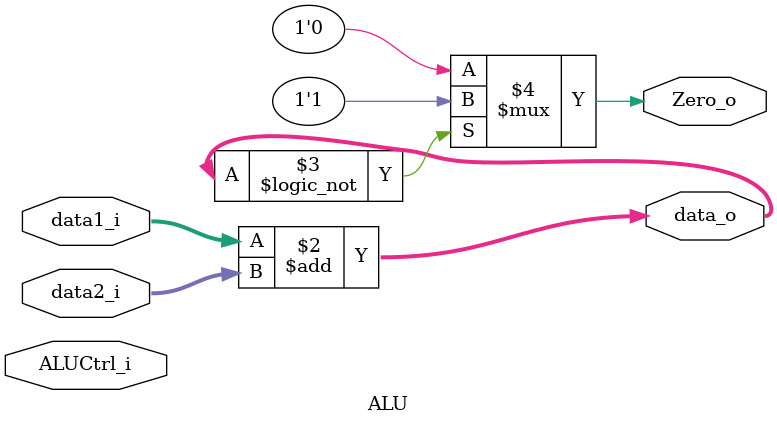
<source format=v>
module ALU
(
    data1_i,
    data2_i,
    ALUCtrl_i,
    data_o,
    Zero_o
);

input   [31:0]  data1_i, data2_i;
input   [2:0]   ALUCtrl_i;
output  [31:0]  data_o;
output          Zero_o;

reg     [31:0]  data_o;
reg             Zero_o;

always@(data1_i or data2_i or ALUCtrl_i) begin
    data_o = data1_i + data2_i;
    Zero_o = data_o == 0 ? 1'b1 : 1'b0;
end

endmodule

</source>
